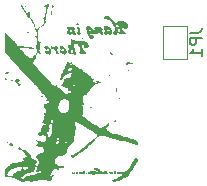
<source format=gbr>
%TF.GenerationSoftware,KiCad,Pcbnew,8.0.5*%
%TF.CreationDate,2024-10-27T10:59:05-07:00*%
%TF.ProjectId,bme688-ezzat-suhaime,626d6536-3838-42d6-957a-7a61742d7375,rev?*%
%TF.SameCoordinates,Original*%
%TF.FileFunction,Legend,Bot*%
%TF.FilePolarity,Positive*%
%FSLAX46Y46*%
G04 Gerber Fmt 4.6, Leading zero omitted, Abs format (unit mm)*
G04 Created by KiCad (PCBNEW 8.0.5) date 2024-10-27 10:59:05*
%MOMM*%
%LPD*%
G01*
G04 APERTURE LIST*
%ADD10C,0.150000*%
%ADD11C,0.000000*%
%ADD12C,0.120000*%
G04 APERTURE END LIST*
D10*
X237004819Y-93891666D02*
X237719104Y-93891666D01*
X237719104Y-93891666D02*
X237861961Y-93844047D01*
X237861961Y-93844047D02*
X237957200Y-93748809D01*
X237957200Y-93748809D02*
X238004819Y-93605952D01*
X238004819Y-93605952D02*
X238004819Y-93510714D01*
X238004819Y-94367857D02*
X237004819Y-94367857D01*
X237004819Y-94367857D02*
X237004819Y-94748809D01*
X237004819Y-94748809D02*
X237052438Y-94844047D01*
X237052438Y-94844047D02*
X237100057Y-94891666D01*
X237100057Y-94891666D02*
X237195295Y-94939285D01*
X237195295Y-94939285D02*
X237338152Y-94939285D01*
X237338152Y-94939285D02*
X237433390Y-94891666D01*
X237433390Y-94891666D02*
X237481009Y-94844047D01*
X237481009Y-94844047D02*
X237528628Y-94748809D01*
X237528628Y-94748809D02*
X237528628Y-94367857D01*
X238004819Y-95891666D02*
X238004819Y-95320238D01*
X238004819Y-95605952D02*
X237004819Y-95605952D01*
X237004819Y-95605952D02*
X237147676Y-95510714D01*
X237147676Y-95510714D02*
X237242914Y-95415476D01*
X237242914Y-95415476D02*
X237290533Y-95320238D01*
D11*
%TO.C,G\u002A\u002A\u002A*%
G36*
X221803322Y-105982740D02*
G01*
X221780725Y-106005338D01*
X221758127Y-105982740D01*
X221780725Y-105960142D01*
X221803322Y-105982740D01*
G37*
G36*
X223159194Y-105350000D02*
G01*
X223136596Y-105372597D01*
X223113999Y-105350000D01*
X223136596Y-105327402D01*
X223159194Y-105350000D01*
G37*
G36*
X223520760Y-98163879D02*
G01*
X223498162Y-98186476D01*
X223475564Y-98163879D01*
X223498162Y-98141281D01*
X223520760Y-98163879D01*
G37*
G36*
X223656347Y-98209074D02*
G01*
X223633749Y-98231672D01*
X223611152Y-98209074D01*
X223633749Y-98186476D01*
X223656347Y-98209074D01*
G37*
G36*
X224334283Y-92830783D02*
G01*
X224311685Y-92853380D01*
X224289088Y-92830783D01*
X224311685Y-92808185D01*
X224334283Y-92830783D01*
G37*
G36*
X225283394Y-102186299D02*
G01*
X225260796Y-102208896D01*
X225238198Y-102186299D01*
X225260796Y-102163701D01*
X225283394Y-102186299D01*
G37*
G36*
X225780547Y-105847153D02*
G01*
X225757949Y-105869750D01*
X225735351Y-105847153D01*
X225757949Y-105824555D01*
X225780547Y-105847153D01*
G37*
G36*
X227452789Y-94412633D02*
G01*
X227430191Y-94435231D01*
X227407593Y-94412633D01*
X227430191Y-94390035D01*
X227452789Y-94412633D01*
G37*
G36*
X227633572Y-96898398D02*
G01*
X227610974Y-96920996D01*
X227588376Y-96898398D01*
X227610974Y-96875800D01*
X227633572Y-96898398D01*
G37*
G36*
X227949942Y-94367437D02*
G01*
X227927344Y-94390035D01*
X227904746Y-94367437D01*
X227927344Y-94344839D01*
X227949942Y-94367437D01*
G37*
G36*
X231158838Y-94231850D02*
G01*
X231136241Y-94254448D01*
X231113643Y-94231850D01*
X231136241Y-94209252D01*
X231158838Y-94231850D01*
G37*
G36*
X231881970Y-96717615D02*
G01*
X231859372Y-96740213D01*
X231836774Y-96717615D01*
X231859372Y-96695017D01*
X231881970Y-96717615D01*
G37*
G36*
X232514710Y-99745729D02*
G01*
X232492112Y-99768327D01*
X232469515Y-99745729D01*
X232492112Y-99723131D01*
X232514710Y-99745729D01*
G37*
G36*
X222210084Y-97011388D02*
G01*
X222206822Y-97035314D01*
X222179953Y-97041518D01*
X222174544Y-97034894D01*
X222179953Y-96981257D01*
X222193548Y-96974186D01*
X222210084Y-97011388D01*
G37*
G36*
X223113999Y-91678291D02*
G01*
X223110737Y-91702218D01*
X223083868Y-91708422D01*
X223078459Y-91701798D01*
X223083868Y-91648161D01*
X223097462Y-91641090D01*
X223113999Y-91678291D01*
G37*
G36*
X225418981Y-106412099D02*
G01*
X225415719Y-106436026D01*
X225388850Y-106442230D01*
X225383441Y-106435606D01*
X225388850Y-106381969D01*
X225402444Y-106374898D01*
X225418981Y-106412099D01*
G37*
G36*
X226277700Y-96966192D02*
G01*
X226274438Y-96990118D01*
X226247569Y-96996322D01*
X226242160Y-96989698D01*
X226247569Y-96936061D01*
X226261163Y-96928991D01*
X226277700Y-96966192D01*
G37*
G36*
X231095571Y-99418819D02*
G01*
X231103880Y-99436682D01*
X231087296Y-99503219D01*
X231057759Y-99537422D01*
X231032867Y-99503401D01*
X231027327Y-99461369D01*
X231050891Y-99411398D01*
X231095571Y-99418819D01*
G37*
G36*
X221589558Y-103189841D02*
G01*
X221622539Y-103253733D01*
X221619057Y-103268930D01*
X221577344Y-103270996D01*
X221565130Y-103261760D01*
X221532148Y-103197868D01*
X221535630Y-103182671D01*
X221577344Y-103180605D01*
X221589558Y-103189841D01*
G37*
G36*
X223640612Y-93901209D02*
G01*
X223672691Y-93960676D01*
X223679796Y-93995341D01*
X223654929Y-94028469D01*
X223634804Y-94020832D01*
X223611152Y-93960676D01*
X223613115Y-93929788D01*
X223628914Y-93892882D01*
X223640612Y-93901209D01*
G37*
G36*
X224569390Y-99235266D02*
G01*
X224582860Y-99271174D01*
X224552164Y-99296202D01*
X224464536Y-99316370D01*
X224415546Y-99307082D01*
X224402077Y-99271174D01*
X224432772Y-99246146D01*
X224520401Y-99225978D01*
X224569390Y-99235266D01*
G37*
G36*
X227147977Y-105705197D02*
G01*
X227169188Y-105779359D01*
X227154392Y-105831765D01*
X227104203Y-105869750D01*
X227070302Y-105852702D01*
X227046027Y-105779359D01*
X227058327Y-105726600D01*
X227111012Y-105688968D01*
X227147977Y-105705197D01*
G37*
G36*
X227301730Y-105671824D02*
G01*
X227317201Y-105756761D01*
X227305980Y-105831073D01*
X227272006Y-105869750D01*
X227242281Y-105841698D01*
X227226810Y-105756761D01*
X227238031Y-105682449D01*
X227272006Y-105643772D01*
X227301730Y-105671824D01*
G37*
G36*
X227511222Y-105703823D02*
G01*
X227543180Y-105779359D01*
X227528325Y-105837792D01*
X227452789Y-105869750D01*
X227394355Y-105854895D01*
X227362397Y-105779359D01*
X227377253Y-105720926D01*
X227452789Y-105688968D01*
X227511222Y-105703823D01*
G37*
G36*
X228277115Y-105735477D02*
G01*
X228311507Y-105779359D01*
X228310194Y-105790162D01*
X228266312Y-105824555D01*
X228255509Y-105823241D01*
X228221116Y-105779359D01*
X228222429Y-105768556D01*
X228266312Y-105734163D01*
X228277115Y-105735477D01*
G37*
G36*
X228290469Y-99531049D02*
G01*
X228279891Y-99552268D01*
X228229124Y-99641662D01*
X228197358Y-99677936D01*
X228177705Y-99666395D01*
X228195332Y-99603785D01*
X228270037Y-99497153D01*
X228362144Y-99384163D01*
X228290469Y-99531049D01*
G37*
G36*
X228678766Y-100142989D02*
G01*
X228719214Y-100203946D01*
X228687197Y-100281487D01*
X228655217Y-100300192D01*
X228588292Y-100281895D01*
X228545471Y-100205240D01*
X228552025Y-100155016D01*
X228624564Y-100129893D01*
X228678766Y-100142989D01*
G37*
G36*
X230253111Y-97508515D02*
G01*
X230208419Y-97555502D01*
X230182612Y-97570672D01*
X230111815Y-97596509D01*
X230091233Y-97580858D01*
X230138635Y-97530168D01*
X230200450Y-97493587D01*
X230250316Y-97488867D01*
X230253111Y-97508515D01*
G37*
G36*
X230746291Y-101341777D02*
G01*
X230703845Y-101421630D01*
X230653834Y-101463383D01*
X230612436Y-101434011D01*
X230604962Y-101391781D01*
X230653643Y-101322041D01*
X230668765Y-101311795D01*
X230730895Y-101297819D01*
X230746291Y-101341777D01*
G37*
G36*
X231881970Y-97053916D02*
G01*
X231880233Y-97067035D01*
X231836774Y-97101779D01*
X231826546Y-97101261D01*
X231791579Y-97081848D01*
X231793658Y-97074599D01*
X231836774Y-97033985D01*
X231854281Y-97026923D01*
X231881970Y-97053916D01*
G37*
G36*
X223317379Y-93802491D02*
G01*
X223354252Y-93839515D01*
X223385173Y-93898416D01*
X223377566Y-93916614D01*
X223317379Y-93938078D01*
X223276573Y-93920080D01*
X223249586Y-93842152D01*
X223249958Y-93820226D01*
X223265433Y-93773380D01*
X223317379Y-93802491D01*
G37*
G36*
X227511286Y-93100040D02*
G01*
X227595713Y-93149460D01*
X227633572Y-93220480D01*
X227623781Y-93243707D01*
X227563086Y-93259773D01*
X227478708Y-93241307D01*
X227408037Y-93192883D01*
X227407554Y-93192300D01*
X227377603Y-93133136D01*
X227425676Y-93097435D01*
X227511286Y-93100040D01*
G37*
G36*
X230799085Y-98661032D02*
G01*
X230802283Y-98680090D01*
X230832120Y-98839217D01*
X230862400Y-98977402D01*
X230895922Y-99112989D01*
X230811256Y-98991321D01*
X230801902Y-98977383D01*
X230748936Y-98845343D01*
X230747941Y-98674951D01*
X230769292Y-98480249D01*
X230799085Y-98661032D01*
G37*
G36*
X221486952Y-97809087D02*
G01*
X221498921Y-97815133D01*
X221586614Y-97865049D01*
X221622539Y-97896014D01*
X221595582Y-97912617D01*
X221516165Y-97911025D01*
X221422855Y-97887869D01*
X221387905Y-97866812D01*
X221351365Y-97800941D01*
X221355387Y-97777836D01*
X221393134Y-97769437D01*
X221486952Y-97809087D01*
G37*
G36*
X222003475Y-103319420D02*
G01*
X222053028Y-103378184D01*
X222065897Y-103446720D01*
X221995404Y-103485758D01*
X221935229Y-103490552D01*
X221835370Y-103464703D01*
X221759525Y-103410696D01*
X221728633Y-103346288D01*
X221763635Y-103289233D01*
X221786600Y-103275834D01*
X221897893Y-103254252D01*
X222003475Y-103319420D01*
G37*
G36*
X222613179Y-103616295D02*
G01*
X222708586Y-103658809D01*
X222773345Y-103722232D01*
X222779268Y-103783891D01*
X222741913Y-103822276D01*
X222657612Y-103824041D01*
X222559096Y-103745035D01*
X222558040Y-103743800D01*
X222493680Y-103658615D01*
X222495180Y-103619419D01*
X222563012Y-103609964D01*
X222613179Y-103616295D01*
G37*
G36*
X230344397Y-95523387D02*
G01*
X230432886Y-95590104D01*
X230501015Y-95734608D01*
X230509248Y-95768073D01*
X230498422Y-95828509D01*
X230440283Y-95821374D01*
X230345315Y-95745907D01*
X230320872Y-95719258D01*
X230265171Y-95624403D01*
X230262952Y-95550018D01*
X230317183Y-95519928D01*
X230344397Y-95523387D01*
G37*
G36*
X221734745Y-97216769D02*
G01*
X221795628Y-97282562D01*
X221798313Y-97290930D01*
X221799423Y-97326588D01*
X221750208Y-97294410D01*
X221731925Y-97280636D01*
X221670692Y-97268578D01*
X221595972Y-97325620D01*
X221587501Y-97334001D01*
X221489683Y-97403766D01*
X221421906Y-97402034D01*
X221396561Y-97328619D01*
X221430327Y-97255098D01*
X221519562Y-97206791D01*
X221631879Y-97192764D01*
X221734745Y-97216769D01*
G37*
G36*
X230333640Y-105697538D02*
G01*
X230347415Y-105698792D01*
X230469581Y-105728876D01*
X230517737Y-105790658D01*
X230515715Y-105836034D01*
X230461619Y-105869750D01*
X230427143Y-105862658D01*
X230389819Y-105813256D01*
X230382459Y-105785209D01*
X230348725Y-105820586D01*
X230338907Y-105835158D01*
X230297662Y-105858998D01*
X230236428Y-105812515D01*
X230205424Y-105779878D01*
X230170476Y-105720032D01*
X230211123Y-105695059D01*
X230333640Y-105697538D01*
G37*
G36*
X225475825Y-91613565D02*
G01*
X225482540Y-91653404D01*
X225476782Y-91696207D01*
X225431369Y-91669818D01*
X225429971Y-91668661D01*
X225380582Y-91639465D01*
X225375122Y-91680722D01*
X225378874Y-91744633D01*
X225375064Y-91859074D01*
X225374956Y-91860361D01*
X225366141Y-91924492D01*
X225351114Y-91912940D01*
X225321815Y-91819752D01*
X225303839Y-91745379D01*
X225308969Y-91658259D01*
X225366329Y-91585146D01*
X225421002Y-91537630D01*
X225455698Y-91537543D01*
X225475825Y-91613565D01*
G37*
G36*
X231783612Y-96361480D02*
G01*
X231903266Y-96412145D01*
X232047446Y-96432268D01*
X232054591Y-96432052D01*
X232162219Y-96441829D01*
X232221830Y-96470482D01*
X232217211Y-96503456D01*
X232133894Y-96522798D01*
X231968203Y-96519115D01*
X231879889Y-96529725D01*
X231793185Y-96580093D01*
X231726764Y-96632450D01*
X231647571Y-96651992D01*
X231591959Y-96630971D01*
X231589174Y-96570729D01*
X231611840Y-96508028D01*
X231644771Y-96388395D01*
X231664655Y-96321489D01*
X231701499Y-96313034D01*
X231783612Y-96361480D01*
G37*
G36*
X227613546Y-93415857D02*
G01*
X227648005Y-93440059D01*
X227707125Y-93513217D01*
X227702743Y-93609710D01*
X227697734Y-93725200D01*
X227728570Y-93858809D01*
X227748814Y-93911840D01*
X227758776Y-93987103D01*
X227719876Y-94031952D01*
X227649470Y-94066405D01*
X227581788Y-94054558D01*
X227494336Y-93979625D01*
X227441944Y-93922927D01*
X227428722Y-93875717D01*
X227476152Y-93830118D01*
X227483784Y-93824397D01*
X227523713Y-93777647D01*
X227526707Y-93708094D01*
X227495157Y-93584898D01*
X227466213Y-93470437D01*
X227466270Y-93382000D01*
X227514297Y-93365356D01*
X227613546Y-93415857D01*
G37*
G36*
X230777549Y-105834005D02*
G01*
X230740778Y-105884816D01*
X230720282Y-105891473D01*
X230639088Y-105896400D01*
X230622344Y-105885094D01*
X230592704Y-105816876D01*
X230589908Y-105797020D01*
X230668786Y-105797020D01*
X230679575Y-105857510D01*
X230695004Y-105856810D01*
X230703313Y-105798191D01*
X230696076Y-105753766D01*
X230676007Y-105770885D01*
X230668786Y-105797020D01*
X230589908Y-105797020D01*
X230579200Y-105720991D01*
X230585089Y-105635528D01*
X230613626Y-105598576D01*
X230631369Y-105602474D01*
X230665253Y-105655071D01*
X230671198Y-105688376D01*
X230691618Y-105655071D01*
X230703216Y-105633871D01*
X230755843Y-105598576D01*
X230766029Y-105601094D01*
X230792218Y-105653324D01*
X230795377Y-105743901D01*
X230784635Y-105798191D01*
X230777549Y-105834005D01*
G37*
G36*
X225706649Y-95042359D02*
G01*
X225802377Y-95112319D01*
X225826736Y-95140672D01*
X225857802Y-95208089D01*
X225823986Y-95273468D01*
X225798493Y-95311412D01*
X225794769Y-95378473D01*
X225844140Y-95479793D01*
X225871260Y-95528807D01*
X225897332Y-95615344D01*
X225869198Y-95680210D01*
X225802162Y-95733386D01*
X225728047Y-95722347D01*
X225670463Y-95633720D01*
X225637353Y-95474551D01*
X225619762Y-95370586D01*
X225574353Y-95324987D01*
X225472897Y-95315042D01*
X225387220Y-95304477D01*
X225278531Y-95239611D01*
X225238890Y-95123047D01*
X225239001Y-95117381D01*
X225277298Y-95053855D01*
X225359466Y-95036684D01*
X225449504Y-95074214D01*
X225449540Y-95074244D01*
X225512579Y-95111325D01*
X225543086Y-95079270D01*
X225548599Y-95066490D01*
X225612079Y-95025811D01*
X225706649Y-95042359D01*
G37*
G36*
X227941467Y-105831897D02*
G01*
X227904746Y-105869750D01*
X227893706Y-105868366D01*
X227859550Y-105824172D01*
X227840417Y-105806258D01*
X227770287Y-105834339D01*
X227695045Y-105866147D01*
X227629598Y-105838660D01*
X227614799Y-105801957D01*
X227678767Y-105801957D01*
X227701365Y-105824555D01*
X227723963Y-105801957D01*
X227701365Y-105779359D01*
X227678767Y-105801957D01*
X227614799Y-105801957D01*
X227601650Y-105769345D01*
X227634021Y-105712650D01*
X227706329Y-105707216D01*
X227783293Y-105710252D01*
X227893839Y-105681307D01*
X228005928Y-105642373D01*
X228134976Y-105622703D01*
X228203099Y-105651184D01*
X228207968Y-105665651D01*
X228173316Y-105688968D01*
X228145541Y-105705824D01*
X228143820Y-105779359D01*
X228148307Y-105836530D01*
X228103895Y-105869750D01*
X228066809Y-105852654D01*
X228040333Y-105779359D01*
X228031858Y-105726821D01*
X227995137Y-105688968D01*
X227968868Y-105705917D01*
X227949942Y-105779359D01*
X227946297Y-105801957D01*
X227941467Y-105831897D01*
G37*
G36*
X226190540Y-95027328D02*
G01*
X226340695Y-95087377D01*
X226463709Y-95200005D01*
X226545521Y-95343339D01*
X226572073Y-95495506D01*
X226529306Y-95634636D01*
X226456111Y-95710711D01*
X226370517Y-95745907D01*
X226341483Y-95741814D01*
X226239463Y-95694574D01*
X226129841Y-95613689D01*
X226042301Y-95523442D01*
X226006525Y-95448117D01*
X226006990Y-95429857D01*
X226022230Y-95391393D01*
X226074320Y-95398132D01*
X226183822Y-95450332D01*
X226189341Y-95453147D01*
X226284479Y-95489141D01*
X226339763Y-95487995D01*
X226349456Y-95475747D01*
X226368905Y-95389420D01*
X226350557Y-95292096D01*
X226301745Y-95232965D01*
X226295958Y-95230859D01*
X226226080Y-95231722D01*
X226212054Y-95277276D01*
X226265450Y-95334993D01*
X226275649Y-95341013D01*
X226315770Y-95373705D01*
X226276457Y-95382967D01*
X226258414Y-95382338D01*
X226140757Y-95337462D01*
X226045653Y-95244108D01*
X226006525Y-95133202D01*
X226008703Y-95093063D01*
X226041789Y-95036501D01*
X226136017Y-95022775D01*
X226190540Y-95027328D01*
G37*
G36*
X225215858Y-95294449D02*
G01*
X225267343Y-95418278D01*
X225273705Y-95549846D01*
X225208595Y-95663256D01*
X225151877Y-95715711D01*
X225093361Y-95745907D01*
X225040911Y-95735203D01*
X224926467Y-95680099D01*
X224813539Y-95600575D01*
X224742262Y-95522203D01*
X224727687Y-95490080D01*
X224727817Y-95420233D01*
X224786956Y-95404611D01*
X224890262Y-95450415D01*
X224950311Y-95482429D01*
X225028742Y-95486473D01*
X225057415Y-95422004D01*
X225044926Y-95401898D01*
X224977080Y-95384341D01*
X224958746Y-95383523D01*
X224833751Y-95338792D01*
X224786340Y-95293950D01*
X224899230Y-95293950D01*
X224915341Y-95311601D01*
X224992289Y-95339146D01*
X225021002Y-95334487D01*
X225057415Y-95293950D01*
X225039234Y-95267194D01*
X224964356Y-95248754D01*
X224913068Y-95258377D01*
X224899230Y-95293950D01*
X224786340Y-95293950D01*
X224735589Y-95245949D01*
X224695849Y-95133202D01*
X224697499Y-95097630D01*
X224729026Y-95037539D01*
X224821380Y-95022775D01*
X224930980Y-95039478D01*
X225091630Y-95131929D01*
X225215477Y-95293950D01*
X225215858Y-95294449D01*
G37*
G36*
X230422051Y-93732051D02*
G01*
X230426271Y-93882739D01*
X230364685Y-94002643D01*
X230333891Y-94030173D01*
X230228478Y-94070787D01*
X230130291Y-94021346D01*
X230084002Y-93992492D01*
X230013991Y-94022125D01*
X229940709Y-94054814D01*
X229845544Y-94023974D01*
X229766593Y-93916793D01*
X229759905Y-93901676D01*
X229741785Y-93823418D01*
X229781744Y-93785619D01*
X229785815Y-93783995D01*
X229818857Y-93754873D01*
X229816705Y-93692800D01*
X229812125Y-93678202D01*
X229994822Y-93678202D01*
X230027459Y-93720728D01*
X230102334Y-93748856D01*
X230176283Y-93740381D01*
X230209728Y-93692645D01*
X230187742Y-93645394D01*
X230092972Y-93621708D01*
X230017095Y-93634062D01*
X229994822Y-93678202D01*
X229812125Y-93678202D01*
X229779044Y-93572757D01*
X229760356Y-93519419D01*
X229726140Y-93419162D01*
X229712575Y-93375158D01*
X229721638Y-93366920D01*
X229792140Y-93358305D01*
X229907081Y-93360474D01*
X230035787Y-93371275D01*
X230147585Y-93388559D01*
X230211802Y-93410173D01*
X230240862Y-93433925D01*
X230358192Y-93574479D01*
X230406081Y-93692645D01*
X230422051Y-93732051D01*
G37*
G36*
X226846175Y-93397071D02*
G01*
X226943083Y-93419000D01*
X227065803Y-93414997D01*
X227089754Y-93410301D01*
X227179110Y-93427910D01*
X227270359Y-93516613D01*
X227324747Y-93591021D01*
X227338763Y-93638845D01*
X227298915Y-93658919D01*
X227282767Y-93662371D01*
X227235925Y-93683695D01*
X227241495Y-93730312D01*
X227299573Y-93826330D01*
X227342254Y-93920936D01*
X227346187Y-94005523D01*
X227307470Y-94061809D01*
X227238906Y-94059795D01*
X227130127Y-93987009D01*
X227065258Y-93913402D01*
X227023429Y-93773311D01*
X227006110Y-93678139D01*
X226937873Y-93629430D01*
X226910690Y-93625276D01*
X226872151Y-93642132D01*
X226886113Y-93718840D01*
X226891053Y-93734852D01*
X226922147Y-93886943D01*
X226918860Y-94003382D01*
X226881515Y-94060063D01*
X226874006Y-94061464D01*
X226801269Y-94037475D01*
X226706244Y-93971439D01*
X226630265Y-93898133D01*
X226610390Y-93839254D01*
X226643645Y-93767077D01*
X226648878Y-93758566D01*
X226681067Y-93675250D01*
X226649433Y-93613797D01*
X226621209Y-93580943D01*
X226588439Y-93485271D01*
X226625404Y-93411286D01*
X226716512Y-93376162D01*
X226846175Y-93397071D01*
G37*
G36*
X222668632Y-98323325D02*
G01*
X222638394Y-98346153D01*
X222550527Y-98384008D01*
X222496717Y-98367049D01*
X222498007Y-98299466D01*
X222571650Y-98299466D01*
X222594248Y-98322064D01*
X222616846Y-98299466D01*
X222594248Y-98276868D01*
X222571650Y-98299466D01*
X222498007Y-98299466D01*
X222498028Y-98298358D01*
X222480294Y-98243791D01*
X222388119Y-98192291D01*
X222386159Y-98191600D01*
X222293656Y-98138413D01*
X222255280Y-98075838D01*
X222250917Y-98052152D01*
X222198730Y-98016253D01*
X222074497Y-98005694D01*
X222022523Y-98004463D01*
X221923566Y-97985039D01*
X221893714Y-97937900D01*
X221922590Y-97884338D01*
X221990082Y-97872900D01*
X222051899Y-97915302D01*
X222055052Y-97920054D01*
X222127218Y-97959433D01*
X222212963Y-97941861D01*
X222266913Y-97875696D01*
X222311334Y-97813672D01*
X222413455Y-97804547D01*
X222469558Y-97813284D01*
X222574728Y-97855512D01*
X222603569Y-97917061D01*
X222549052Y-97988398D01*
X222545061Y-97991359D01*
X222489580Y-98039861D01*
X222496898Y-98079719D01*
X222571650Y-98142536D01*
X222572062Y-98142853D01*
X222664915Y-98204913D01*
X222729835Y-98232171D01*
X222732710Y-98232556D01*
X222729036Y-98262111D01*
X222692175Y-98299466D01*
X222668632Y-98323325D01*
G37*
G36*
X231948133Y-105808673D02*
G01*
X231848557Y-105958473D01*
X231780125Y-106054085D01*
X231757077Y-106075635D01*
X231655550Y-106132700D01*
X231520404Y-106181502D01*
X231472412Y-106196584D01*
X231295761Y-106272658D01*
X231136241Y-106366328D01*
X231107475Y-106386351D01*
X230984818Y-106454701D01*
X230854055Y-106488280D01*
X230674403Y-106498787D01*
X230591782Y-106499140D01*
X230472977Y-106492690D01*
X230420621Y-106473189D01*
X230418585Y-106436725D01*
X230445698Y-106406521D01*
X230541573Y-106351829D01*
X230677042Y-106301144D01*
X230730518Y-106283112D01*
X230873578Y-106220143D01*
X231019208Y-106140033D01*
X231150706Y-106054257D01*
X231251369Y-105974291D01*
X231304495Y-105911611D01*
X231293381Y-105877691D01*
X231264290Y-105865129D01*
X231193427Y-105806479D01*
X231189407Y-105801957D01*
X231294426Y-105801957D01*
X231317023Y-105824555D01*
X231339621Y-105801957D01*
X231317023Y-105779359D01*
X231294426Y-105801957D01*
X231189407Y-105801957D01*
X231172732Y-105783202D01*
X231159530Y-105813256D01*
X231142135Y-105846129D01*
X231068447Y-105869750D01*
X231015425Y-105859237D01*
X230974487Y-105813256D01*
X230968543Y-105779951D01*
X230948123Y-105813256D01*
X230912395Y-105862250D01*
X230864813Y-105855683D01*
X230842468Y-105779359D01*
X230861234Y-105722421D01*
X230923689Y-105687903D01*
X230992638Y-105702314D01*
X231028494Y-105768060D01*
X231030006Y-105788978D01*
X231037668Y-105819839D01*
X231055193Y-105763975D01*
X231056349Y-105759688D01*
X231086776Y-105711426D01*
X231157474Y-105692577D01*
X231292834Y-105696181D01*
X231395710Y-105700364D01*
X231475314Y-105689041D01*
X231487279Y-105655071D01*
X231497350Y-105615973D01*
X231582311Y-105598576D01*
X231600246Y-105597055D01*
X231708925Y-105543890D01*
X231831383Y-105428716D01*
X231952627Y-105270567D01*
X232057662Y-105088474D01*
X232131494Y-104901471D01*
X232182397Y-104758220D01*
X232259142Y-104642822D01*
X232380202Y-104546454D01*
X232468168Y-104492743D01*
X232538815Y-104466689D01*
X232559906Y-104493936D01*
X232564567Y-104522660D01*
X232605102Y-104559074D01*
X232640071Y-104578979D01*
X232648634Y-104651405D01*
X232618908Y-104749349D01*
X232555970Y-104843437D01*
X232541320Y-104859757D01*
X232454825Y-104976975D01*
X232374247Y-105112765D01*
X232359943Y-105139624D01*
X232284756Y-105270161D01*
X232181128Y-105440916D01*
X232063955Y-105628287D01*
X231952445Y-105801957D01*
X231948133Y-105808673D01*
G37*
G36*
X230044302Y-105810768D02*
G01*
X230002354Y-105831775D01*
X229904078Y-105846545D01*
X229738128Y-105856508D01*
X229493155Y-105863095D01*
X229465915Y-105863652D01*
X229252162Y-105871567D01*
X229075943Y-105884166D01*
X228954878Y-105899833D01*
X228906585Y-105916948D01*
X228877046Y-105948829D01*
X228803513Y-105955781D01*
X228740867Y-105914946D01*
X228698310Y-105886415D01*
X228602612Y-105869750D01*
X228529535Y-105856068D01*
X228498324Y-105808018D01*
X229539787Y-105808018D01*
X229576988Y-105824555D01*
X229600914Y-105821293D01*
X229607118Y-105794424D01*
X229600494Y-105789015D01*
X229546857Y-105794424D01*
X229539787Y-105808018D01*
X228498324Y-105808018D01*
X228487048Y-105790658D01*
X228485394Y-105767051D01*
X228478313Y-105734957D01*
X228461136Y-105790658D01*
X228455579Y-105809218D01*
X228414970Y-105866190D01*
X228374851Y-105845156D01*
X228356703Y-105753716D01*
X228358091Y-105712878D01*
X228381909Y-105659855D01*
X228452737Y-105668161D01*
X228516854Y-105676804D01*
X228579336Y-105649185D01*
X228631161Y-105622546D01*
X228754476Y-105641194D01*
X228756989Y-105641910D01*
X228860750Y-105660121D01*
X228899052Y-105640617D01*
X228906676Y-105621306D01*
X228966846Y-105598576D01*
X228998033Y-105603675D01*
X229034639Y-105643772D01*
X229062692Y-105673497D01*
X229147628Y-105688968D01*
X229221679Y-105702176D01*
X229260618Y-105759428D01*
X229266965Y-105791747D01*
X229304888Y-105802529D01*
X229317203Y-105779242D01*
X229304225Y-105708663D01*
X229264514Y-105637319D01*
X229217723Y-105608874D01*
X229163073Y-105596588D01*
X229065594Y-105560679D01*
X228962797Y-105524228D01*
X228884811Y-105507493D01*
X228861357Y-105500942D01*
X228893543Y-105467350D01*
X228920508Y-105440831D01*
X228924773Y-105377651D01*
X228920612Y-105368067D01*
X228947524Y-105337393D01*
X229029834Y-105326645D01*
X229141027Y-105334414D01*
X229254584Y-105359297D01*
X229343989Y-105399885D01*
X229408126Y-105466400D01*
X229423257Y-105535472D01*
X229419441Y-105567760D01*
X229465417Y-105598576D01*
X229495126Y-105602174D01*
X229532145Y-105632473D01*
X229562378Y-105669356D01*
X229645134Y-105718612D01*
X229702474Y-105742724D01*
X229748289Y-105739731D01*
X229757771Y-105675676D01*
X229757810Y-105668796D01*
X229769881Y-105611443D01*
X229810930Y-105633657D01*
X229852247Y-105661300D01*
X229923385Y-105637606D01*
X229951502Y-105616532D01*
X229980603Y-105617220D01*
X230007845Y-105670434D01*
X230046803Y-105793300D01*
X230046642Y-105794424D01*
X230044302Y-105810768D01*
G37*
G36*
X229982044Y-92473802D02*
G01*
X230096190Y-92483051D01*
X230184831Y-92515043D01*
X230275551Y-92585517D01*
X230395931Y-92710209D01*
X230498681Y-92833698D01*
X230629425Y-93019859D01*
X230727114Y-93191489D01*
X230787766Y-93304384D01*
X230858500Y-93402977D01*
X230911586Y-93440925D01*
X230955192Y-93424610D01*
X230976540Y-93360815D01*
X230952842Y-93279700D01*
X230887664Y-93214946D01*
X230833680Y-93166187D01*
X230797273Y-93055171D01*
X230800321Y-93004169D01*
X230821614Y-92969774D01*
X230879192Y-92951785D01*
X230991089Y-92944890D01*
X231175341Y-92943772D01*
X231366999Y-92947180D01*
X231503143Y-92961082D01*
X231597521Y-92990224D01*
X231674914Y-93039347D01*
X231761181Y-93145891D01*
X231791338Y-93287802D01*
X231752254Y-93425296D01*
X231645647Y-93529595D01*
X231566662Y-93568232D01*
X231501243Y-93565599D01*
X231426430Y-93502625D01*
X231389516Y-93462865D01*
X231356098Y-93390512D01*
X231383942Y-93306973D01*
X231388149Y-93298935D01*
X231416681Y-93208764D01*
X231390445Y-93176384D01*
X231318116Y-93214040D01*
X231313569Y-93218136D01*
X231267370Y-93308809D01*
X231249230Y-93444159D01*
X231257547Y-93548333D01*
X231302888Y-93643230D01*
X231407415Y-93737761D01*
X231446819Y-93770504D01*
X231531747Y-93865207D01*
X231565600Y-93943442D01*
X231561935Y-93975140D01*
X231530617Y-94009134D01*
X231450033Y-94024727D01*
X231299697Y-94028469D01*
X231195619Y-94027103D01*
X231088462Y-94015864D01*
X231033852Y-93986775D01*
X231008609Y-93932165D01*
X231005097Y-93868253D01*
X231050552Y-93768734D01*
X231096697Y-93699714D01*
X231081692Y-93625829D01*
X230985814Y-93584668D01*
X230962798Y-93581946D01*
X230913483Y-93592523D01*
X230892225Y-93649384D01*
X230887664Y-93774504D01*
X230886503Y-93828126D01*
X230864124Y-93957295D01*
X230808572Y-94024849D01*
X230745428Y-94056841D01*
X230657234Y-94062977D01*
X230563554Y-93998867D01*
X230500804Y-93926650D01*
X230492378Y-93843991D01*
X230571294Y-93767784D01*
X230621403Y-93726571D01*
X230655619Y-93646950D01*
X230645702Y-93526137D01*
X230592631Y-93344754D01*
X230536349Y-93207165D01*
X230407112Y-93000927D01*
X230251567Y-92854565D01*
X230083544Y-92783333D01*
X230004430Y-92769675D01*
X229866012Y-92740177D01*
X229792080Y-92707588D01*
X229764826Y-92661031D01*
X229766442Y-92589625D01*
X229770841Y-92557694D01*
X229794737Y-92499136D01*
X229856221Y-92475883D01*
X229981559Y-92473790D01*
X229982044Y-92473802D01*
G37*
G36*
X228863077Y-93764502D02*
G01*
X228900470Y-93802491D01*
X228957545Y-93768250D01*
X228974527Y-93681886D01*
X228943316Y-93574771D01*
X228937533Y-93563695D01*
X228915022Y-93477645D01*
X228960764Y-93405039D01*
X228984499Y-93383386D01*
X229052943Y-93358000D01*
X229151152Y-93389111D01*
X229254064Y-93418303D01*
X229360048Y-93415458D01*
X229438159Y-93414970D01*
X229558235Y-93489733D01*
X229642702Y-93582569D01*
X229660592Y-93645780D01*
X229598667Y-93666904D01*
X229595095Y-93666942D01*
X229561181Y-93681118D01*
X229568988Y-93734100D01*
X229620929Y-93845227D01*
X229638382Y-93881097D01*
X229677622Y-93994776D01*
X229666639Y-94051525D01*
X229657266Y-94056621D01*
X229566191Y-94062531D01*
X229465685Y-94018905D01*
X229379522Y-93945336D01*
X229331479Y-93861415D01*
X229345329Y-93786737D01*
X229371865Y-93728945D01*
X229327053Y-93665776D01*
X229263818Y-93630753D01*
X229208743Y-93648334D01*
X229194843Y-93722470D01*
X229231858Y-93835770D01*
X229268759Y-93931038D01*
X229261249Y-94017074D01*
X229192974Y-94041045D01*
X229072546Y-93994377D01*
X229064241Y-93989397D01*
X228979219Y-93928060D01*
X228944248Y-93883138D01*
X228943000Y-93874876D01*
X228899052Y-93847686D01*
X228878769Y-93854772D01*
X228853856Y-93913890D01*
X228852082Y-93930277D01*
X228799883Y-94003332D01*
X228703784Y-94047783D01*
X228602387Y-94043703D01*
X228551844Y-94034597D01*
X228547542Y-94077762D01*
X228601588Y-94121399D01*
X228734492Y-94131511D01*
X228817635Y-94130051D01*
X228882669Y-94150375D01*
X228899052Y-94207375D01*
X228886372Y-94268841D01*
X228828030Y-94364209D01*
X228784853Y-94399122D01*
X228657159Y-94431911D01*
X228523070Y-94378736D01*
X228503167Y-94356050D01*
X228450500Y-94255139D01*
X228390315Y-94100602D01*
X228332109Y-93915480D01*
X228302795Y-93811311D01*
X228267767Y-93684230D01*
X228447095Y-93684230D01*
X228454043Y-93709900D01*
X228512655Y-93759163D01*
X228594068Y-93778579D01*
X228653098Y-93753052D01*
X228665191Y-93710243D01*
X228627409Y-93647999D01*
X228534819Y-93621708D01*
X228484629Y-93633028D01*
X228447095Y-93684230D01*
X228267767Y-93684230D01*
X228250044Y-93619933D01*
X228222273Y-93495084D01*
X228221161Y-93421995D01*
X228248383Y-93385899D01*
X228305616Y-93372027D01*
X228394536Y-93365613D01*
X228515099Y-93364332D01*
X228619077Y-93396987D01*
X228722205Y-93483104D01*
X228747172Y-93509775D01*
X228823231Y-93617978D01*
X228853856Y-93708623D01*
X228854123Y-93710243D01*
X228863077Y-93764502D01*
G37*
G36*
X227015557Y-94409675D02*
G01*
X227139679Y-94489984D01*
X227187099Y-94521446D01*
X227270288Y-94558052D01*
X227382805Y-94583079D01*
X227545004Y-94600497D01*
X227777241Y-94614272D01*
X227885875Y-94619707D01*
X228072035Y-94631610D01*
X228194755Y-94646834D01*
X228272620Y-94669885D01*
X228324218Y-94705267D01*
X228368135Y-94757484D01*
X228419273Y-94857313D01*
X228430715Y-94989315D01*
X228390760Y-95105562D01*
X228311972Y-95187396D01*
X228206917Y-95216160D01*
X228088159Y-95173196D01*
X228062311Y-95153588D01*
X228012335Y-95079303D01*
X228019878Y-94967823D01*
X228027686Y-94928367D01*
X228027679Y-94858213D01*
X227988606Y-94851417D01*
X227946537Y-94889931D01*
X227914971Y-94989537D01*
X227907649Y-95118174D01*
X227923061Y-95246449D01*
X227959694Y-95344969D01*
X228016034Y-95384341D01*
X228046591Y-95392668D01*
X228123818Y-95454915D01*
X228191859Y-95547919D01*
X228221116Y-95635441D01*
X228204603Y-95655355D01*
X228112612Y-95677695D01*
X227950597Y-95685646D01*
X227782235Y-95673904D01*
X227669814Y-95630778D01*
X227637661Y-95553514D01*
X227682998Y-95439557D01*
X227712484Y-95349907D01*
X227705773Y-95196152D01*
X227653579Y-95035660D01*
X227563737Y-94903636D01*
X227541016Y-94881862D01*
X227441244Y-94820657D01*
X227329454Y-94824129D01*
X227235953Y-94852142D01*
X227169886Y-94884414D01*
X227169124Y-94885154D01*
X227163189Y-94948011D01*
X227189441Y-95075686D01*
X227243359Y-95250999D01*
X227320426Y-95456769D01*
X227322086Y-95460934D01*
X227352387Y-95579760D01*
X227348611Y-95671449D01*
X227327800Y-95709601D01*
X227276652Y-95745907D01*
X227266667Y-95745264D01*
X227184678Y-95699174D01*
X227124381Y-95609359D01*
X227114790Y-95516873D01*
X227120772Y-95490127D01*
X227107409Y-95380481D01*
X227051070Y-95287798D01*
X226971372Y-95248754D01*
X226970562Y-95248756D01*
X226922517Y-95271297D01*
X226931992Y-95350444D01*
X226938965Y-95372902D01*
X226983086Y-95549193D01*
X226989577Y-95661375D01*
X226957794Y-95700711D01*
X226894628Y-95689393D01*
X226772972Y-95620754D01*
X226681924Y-95515188D01*
X226678568Y-95508813D01*
X226658039Y-95427334D01*
X226710317Y-95364950D01*
X226749482Y-95329203D01*
X226765321Y-95266409D01*
X226736506Y-95158583D01*
X226719640Y-95100798D01*
X226718150Y-94977929D01*
X226779820Y-94914595D01*
X226900445Y-94916988D01*
X226952172Y-94928260D01*
X226994017Y-94919376D01*
X226977977Y-94860056D01*
X226970257Y-94839649D01*
X226941918Y-94724395D01*
X226920799Y-94582117D01*
X226916606Y-94461192D01*
X226944360Y-94398747D01*
X227015557Y-94409675D01*
G37*
G36*
X227395049Y-96764038D02*
G01*
X227498381Y-96843800D01*
X227553339Y-96899214D01*
X227598189Y-96929261D01*
X227692884Y-96933679D01*
X227726240Y-96930521D01*
X227827849Y-96962410D01*
X227950422Y-97064017D01*
X227999088Y-97111025D01*
X228085369Y-97185427D01*
X228134271Y-97214768D01*
X228166185Y-97230480D01*
X228250706Y-97292035D01*
X228361935Y-97384252D01*
X228446537Y-97455416D01*
X228539265Y-97526298D01*
X228587768Y-97553736D01*
X228589201Y-97553869D01*
X228624891Y-97595577D01*
X228666301Y-97689323D01*
X228717330Y-97783528D01*
X228806309Y-97824911D01*
X228861098Y-97833699D01*
X228899052Y-97870106D01*
X228892339Y-97890032D01*
X228833926Y-97915302D01*
X228806261Y-97918917D01*
X228740815Y-97960582D01*
X228748758Y-97995582D01*
X228794879Y-98028291D01*
X228819311Y-98045618D01*
X228869986Y-98065955D01*
X228934095Y-98091683D01*
X229068536Y-98121694D01*
X229152003Y-98121484D01*
X229165895Y-98095111D01*
X229112950Y-98054255D01*
X229000742Y-98011253D01*
X228992752Y-98008954D01*
X228917027Y-97985156D01*
X228908851Y-97974541D01*
X228975696Y-97975656D01*
X229125031Y-97987046D01*
X229267204Y-98005349D01*
X229406022Y-98038292D01*
X229484982Y-98076368D01*
X229516448Y-98113133D01*
X229500857Y-98136148D01*
X229408557Y-98141281D01*
X229406405Y-98141286D01*
X229298222Y-98155703D01*
X229236116Y-98189558D01*
X229215108Y-98208923D01*
X229141270Y-98212888D01*
X229115952Y-98207638D01*
X229023103Y-98227209D01*
X228936977Y-98281697D01*
X228930304Y-98293358D01*
X228899052Y-98347969D01*
X228887024Y-98375294D01*
X228821587Y-98450664D01*
X228718269Y-98542608D01*
X228653612Y-98597873D01*
X228599034Y-98653499D01*
X228570145Y-98682942D01*
X228537486Y-98737599D01*
X228534279Y-98756212D01*
X228487142Y-98843599D01*
X228401079Y-98954296D01*
X228298479Y-99063757D01*
X228201733Y-99147435D01*
X228133233Y-99180783D01*
X228119501Y-99181198D01*
X228062752Y-99203380D01*
X228032192Y-99215325D01*
X227972700Y-99313360D01*
X227932603Y-99488212D01*
X227929875Y-99507060D01*
X227926490Y-99666844D01*
X227971628Y-99780741D01*
X228013392Y-99858718D01*
X228029999Y-99889725D01*
X228025676Y-99967191D01*
X227949942Y-99994306D01*
X227883695Y-100008357D01*
X227869118Y-100039501D01*
X227863166Y-100052219D01*
X227921694Y-100098873D01*
X227938074Y-100112476D01*
X227968961Y-100197602D01*
X227985089Y-100334178D01*
X227985799Y-100495170D01*
X227970433Y-100653540D01*
X227938333Y-100782254D01*
X227924524Y-100819952D01*
X227910316Y-100899805D01*
X227943389Y-100933699D01*
X227979207Y-100954993D01*
X228075025Y-101025745D01*
X228209682Y-101132626D01*
X228366165Y-101262408D01*
X228466014Y-101344116D01*
X228483698Y-101357474D01*
X228652421Y-101484925D01*
X228827182Y-101603935D01*
X228962631Y-101681697D01*
X229052984Y-101728486D01*
X229189062Y-101813087D01*
X229278921Y-101887014D01*
X229353649Y-101951738D01*
X229428052Y-101982918D01*
X229486473Y-101973534D01*
X229627754Y-101912720D01*
X229790693Y-101808202D01*
X229949853Y-101674993D01*
X230015649Y-101613809D01*
X230091688Y-101549556D01*
X230122695Y-101533087D01*
X230128089Y-101563231D01*
X230143993Y-101648591D01*
X230132464Y-101734923D01*
X230050243Y-101848551D01*
X230005953Y-101894678D01*
X229945136Y-102009727D01*
X229968840Y-102116700D01*
X230078993Y-102219618D01*
X230277522Y-102322499D01*
X230355594Y-102354632D01*
X230572765Y-102435000D01*
X230814947Y-102515079D01*
X231060237Y-102588509D01*
X231286733Y-102648930D01*
X231472532Y-102689981D01*
X231595730Y-102705302D01*
X231640962Y-102706975D01*
X231749650Y-102725637D01*
X231801415Y-102758158D01*
X231807935Y-102767060D01*
X231878755Y-102808505D01*
X232008493Y-102861323D01*
X232175349Y-102916294D01*
X232325416Y-102963048D01*
X232470881Y-103020144D01*
X232555216Y-103078566D01*
X232594226Y-103150566D01*
X232603718Y-103248398D01*
X232602004Y-103309277D01*
X232580250Y-103405510D01*
X232523010Y-103440704D01*
X232417156Y-103418324D01*
X232249561Y-103341831D01*
X232052789Y-103259489D01*
X231762905Y-103170483D01*
X231418466Y-103090705D01*
X231197610Y-103042542D01*
X230884886Y-102965973D01*
X230564728Y-102880215D01*
X230280018Y-102796355D01*
X230042954Y-102723996D01*
X229858440Y-102673717D01*
X229728189Y-102647952D01*
X229636309Y-102643608D01*
X229566912Y-102657594D01*
X229461052Y-102681152D01*
X229371985Y-102676575D01*
X229321241Y-102670886D01*
X229209507Y-102716490D01*
X229089459Y-102822608D01*
X228979734Y-102975060D01*
X228949678Y-103022919D01*
X228866403Y-103124339D01*
X228794393Y-103174833D01*
X228744870Y-103201588D01*
X228688314Y-103285391D01*
X228644774Y-103349528D01*
X228537118Y-103399878D01*
X228447528Y-103436642D01*
X228379338Y-103519455D01*
X228364281Y-103549836D01*
X228285860Y-103640270D01*
X228172323Y-103730699D01*
X228118218Y-103769204D01*
X228029975Y-103847777D01*
X227995137Y-103904259D01*
X227994344Y-103910471D01*
X227947275Y-103965764D01*
X227849862Y-104020739D01*
X227839710Y-104025160D01*
X227726157Y-104087977D01*
X227575812Y-104186100D01*
X227418357Y-104300297D01*
X227316593Y-104375505D01*
X227166515Y-104467592D01*
X227062477Y-104495893D01*
X226994222Y-104461871D01*
X226951496Y-104366992D01*
X226936698Y-104297240D01*
X226957076Y-104251640D01*
X227044964Y-104242704D01*
X227045822Y-104242701D01*
X227155800Y-104211663D01*
X227315419Y-104126197D01*
X227510587Y-103995715D01*
X227727207Y-103829635D01*
X227951186Y-103637369D01*
X228068177Y-103537570D01*
X228248195Y-103396768D01*
X228423405Y-103270996D01*
X228558839Y-103173464D01*
X228749447Y-103021930D01*
X228911320Y-102878684D01*
X228967726Y-102823334D01*
X229066471Y-102711780D01*
X229111816Y-102624532D01*
X229117038Y-102539716D01*
X229108487Y-102496688D01*
X229075844Y-102438055D01*
X229006232Y-102377963D01*
X228884542Y-102304430D01*
X228695671Y-102205472D01*
X228617169Y-102164766D01*
X228371339Y-102030570D01*
X228111456Y-101881082D01*
X227882148Y-101741743D01*
X227709226Y-101633146D01*
X227526544Y-101521364D01*
X227399684Y-101449252D01*
X227317232Y-101410958D01*
X227267776Y-101400630D01*
X227239900Y-101412414D01*
X227236265Y-101418066D01*
X227240915Y-101485652D01*
X227281020Y-101589239D01*
X227319981Y-101700213D01*
X227343869Y-101872966D01*
X227336087Y-102040587D01*
X227295632Y-102163701D01*
X227295629Y-102163705D01*
X227272556Y-102241211D01*
X227254496Y-102379223D01*
X227245360Y-102547864D01*
X227244069Y-102590572D01*
X227218444Y-102829323D01*
X227166281Y-103027031D01*
X227093278Y-103167410D01*
X227029256Y-103215906D01*
X227005136Y-103234177D01*
X227000682Y-103235502D01*
X226924411Y-103294959D01*
X226861054Y-103399588D01*
X226831166Y-103463343D01*
X226800681Y-103528370D01*
X226724456Y-103658358D01*
X226705678Y-103688836D01*
X226643483Y-103823975D01*
X226593642Y-103977103D01*
X226587400Y-104000593D01*
X226507874Y-104173291D01*
X226379056Y-104275101D01*
X226187308Y-104317444D01*
X225941473Y-104345947D01*
X225769290Y-104396676D01*
X225663964Y-104478175D01*
X225614123Y-104599315D01*
X225610138Y-104717259D01*
X225608391Y-104768966D01*
X225610579Y-104800730D01*
X225627086Y-104921473D01*
X225660591Y-104980721D01*
X225722987Y-105002737D01*
X225795038Y-105032486D01*
X225813378Y-105115726D01*
X225813064Y-105118825D01*
X225815207Y-105171367D01*
X225848108Y-105199683D01*
X225931625Y-105210767D01*
X226085618Y-105211613D01*
X226213663Y-105212145D01*
X226312869Y-105221980D01*
X226357639Y-105247603D01*
X226368091Y-105294947D01*
X226366718Y-105320537D01*
X226345148Y-105356957D01*
X226279688Y-105365143D01*
X226147877Y-105350792D01*
X226053680Y-105338960D01*
X225965087Y-105338691D01*
X225922143Y-105368311D01*
X225898440Y-105436943D01*
X225897425Y-105440929D01*
X225854833Y-105534460D01*
X225796139Y-105539716D01*
X225718198Y-105457047D01*
X225709501Y-105445228D01*
X225626043Y-105386960D01*
X225534997Y-105418387D01*
X225435868Y-105539652D01*
X225361437Y-105650697D01*
X225280981Y-105756761D01*
X225230731Y-105832294D01*
X225187451Y-105929409D01*
X225164027Y-106016483D01*
X225166637Y-106069586D01*
X225201459Y-106064786D01*
X225203864Y-106062959D01*
X225290850Y-106022320D01*
X225413193Y-105989127D01*
X225498750Y-105975713D01*
X225535136Y-105984521D01*
X225510802Y-106026213D01*
X225468012Y-106065508D01*
X225365285Y-106121025D01*
X225301842Y-106163658D01*
X225298533Y-106208718D01*
X225295004Y-106256785D01*
X225296469Y-106329976D01*
X225265526Y-106384484D01*
X225244020Y-106403171D01*
X225278355Y-106449092D01*
X225295558Y-106475563D01*
X225252888Y-106485597D01*
X225169972Y-106478145D01*
X225071592Y-106455611D01*
X224982528Y-106420397D01*
X224952887Y-106407475D01*
X224827396Y-106375059D01*
X224677837Y-106356349D01*
X224613451Y-106350676D01*
X224510719Y-106330692D01*
X224470094Y-106305211D01*
X224470053Y-106304252D01*
X224436281Y-106299328D01*
X224358471Y-106339108D01*
X224261157Y-106387830D01*
X224157758Y-106412099D01*
X224104148Y-106419559D01*
X224040511Y-106457295D01*
X224037561Y-106460609D01*
X223971090Y-106481834D01*
X223842433Y-106496816D01*
X223676278Y-106502491D01*
X223549765Y-106501007D01*
X223422296Y-106491580D01*
X223357827Y-106470578D01*
X223339977Y-106434697D01*
X223330964Y-106387182D01*
X223279678Y-106373837D01*
X223179131Y-106433260D01*
X223141750Y-106456201D01*
X222987358Y-106498705D01*
X222799989Y-106500938D01*
X222614749Y-106464902D01*
X222466743Y-106392602D01*
X222452944Y-106382288D01*
X222316682Y-106294397D01*
X222187286Y-106229459D01*
X222080552Y-106192329D01*
X221893270Y-106142891D01*
X221706190Y-106108265D01*
X221547739Y-106093309D01*
X221446344Y-106102877D01*
X221412367Y-106113728D01*
X221378210Y-106108759D01*
X221359977Y-106063413D01*
X221352688Y-105961018D01*
X221352432Y-105926877D01*
X221554259Y-105926877D01*
X221584596Y-105967786D01*
X221691864Y-106028284D01*
X221838960Y-106066699D01*
X221949143Y-106036418D01*
X222010561Y-105938265D01*
X222063754Y-105851145D01*
X222180119Y-105774021D01*
X222184992Y-105772011D01*
X222297173Y-105713131D01*
X222370615Y-105653140D01*
X222402094Y-105623784D01*
X222483604Y-105599442D01*
X222495141Y-105600756D01*
X222616009Y-105587051D01*
X222712809Y-105534938D01*
X222739406Y-105485587D01*
X222842824Y-105485587D01*
X222865422Y-105508185D01*
X222888020Y-105485587D01*
X222865422Y-105462989D01*
X222842824Y-105485587D01*
X222739406Y-105485587D01*
X222752433Y-105461414D01*
X222755433Y-105417888D01*
X222781867Y-105303285D01*
X222782348Y-105301828D01*
X222920980Y-105301828D01*
X222921121Y-105376423D01*
X222958789Y-105454175D01*
X223017219Y-105485587D01*
X223041181Y-105498469D01*
X223138264Y-105461605D01*
X223182887Y-105434934D01*
X223238070Y-105436408D01*
X223244512Y-105459952D01*
X223203081Y-105509950D01*
X223173410Y-105533275D01*
X223181792Y-105549120D01*
X223231270Y-105542119D01*
X223314652Y-105486339D01*
X223339977Y-105366164D01*
X223339973Y-105364160D01*
X223327021Y-105277009D01*
X223294781Y-105259608D01*
X223277274Y-105266670D01*
X223249586Y-105239678D01*
X223251323Y-105226559D01*
X223266517Y-105214412D01*
X223927522Y-105214412D01*
X223950120Y-105237010D01*
X223972717Y-105214412D01*
X223950120Y-105191815D01*
X223927522Y-105214412D01*
X223266517Y-105214412D01*
X223294781Y-105191815D01*
X223307382Y-105189895D01*
X223339977Y-105143573D01*
X223312754Y-105117421D01*
X223241283Y-105126507D01*
X223159207Y-105164435D01*
X223100454Y-105220333D01*
X223069858Y-105252139D01*
X222996669Y-105276737D01*
X222980397Y-105282206D01*
X222920980Y-105301828D01*
X222782348Y-105301828D01*
X222790637Y-105276737D01*
X222778811Y-105245477D01*
X222702775Y-105261770D01*
X222598956Y-105287443D01*
X222458660Y-105308117D01*
X222251530Y-105337243D01*
X221974027Y-105425444D01*
X221760152Y-105561657D01*
X221618937Y-105741226D01*
X221566242Y-105855849D01*
X221554259Y-105926877D01*
X221352432Y-105926877D01*
X221351365Y-105784907D01*
X221354187Y-105619643D01*
X221372810Y-105474976D01*
X221420564Y-105376315D01*
X221510692Y-105299083D01*
X221656436Y-105218702D01*
X221675658Y-105208383D01*
X221766412Y-105140034D01*
X221803322Y-105076546D01*
X221811829Y-105046361D01*
X221890536Y-104986663D01*
X222053371Y-104935281D01*
X222302339Y-104891683D01*
X222639443Y-104855341D01*
X222651259Y-104853387D01*
X222735648Y-104828817D01*
X222854825Y-104786319D01*
X222910264Y-104764846D01*
X222982186Y-104730120D01*
X222983117Y-104702351D01*
X222922619Y-104664332D01*
X222868176Y-104624358D01*
X222879388Y-104605872D01*
X222902607Y-104600684D01*
X222906791Y-104581672D01*
X222978411Y-104581672D01*
X223001009Y-104604270D01*
X223023607Y-104581672D01*
X223001009Y-104559074D01*
X222978411Y-104581672D01*
X222906791Y-104581672D01*
X222911463Y-104560442D01*
X222909408Y-104549622D01*
X222950275Y-104501524D01*
X223046387Y-104448922D01*
X223092875Y-104429246D01*
X223168087Y-104387865D01*
X223177608Y-104343391D01*
X223134705Y-104268758D01*
X223089982Y-104179106D01*
X223084741Y-104117893D01*
X223086167Y-104107631D01*
X223045125Y-104056873D01*
X222951867Y-103995163D01*
X222857926Y-103933538D01*
X222817803Y-103870424D01*
X222863887Y-103829888D01*
X222994585Y-103818516D01*
X223089427Y-103830773D01*
X223200516Y-103884591D01*
X223323941Y-103997982D01*
X223339204Y-104014478D01*
X223447287Y-104149793D01*
X223532760Y-104286740D01*
X223583010Y-104402372D01*
X223585427Y-104473742D01*
X223589547Y-104486299D01*
X223649996Y-104526818D01*
X223760517Y-104575902D01*
X223761936Y-104576446D01*
X223771319Y-104581672D01*
X223922256Y-104665741D01*
X224030779Y-104780749D01*
X224064152Y-104838595D01*
X224101491Y-104922020D01*
X224086521Y-104958066D01*
X224017913Y-104965836D01*
X223990982Y-104966000D01*
X223939945Y-104975966D01*
X223936140Y-105019782D01*
X223972212Y-105122691D01*
X223979783Y-105143573D01*
X223980400Y-105145275D01*
X223990770Y-105214412D01*
X223992613Y-105226697D01*
X223949874Y-105265956D01*
X223919713Y-105283965D01*
X223906893Y-105330588D01*
X223909868Y-105349419D01*
X223888994Y-105434304D01*
X223837921Y-105551830D01*
X223818443Y-105589256D01*
X223755387Y-105684965D01*
X223683635Y-105725665D01*
X223569627Y-105734163D01*
X223469239Y-105747594D01*
X223290488Y-105803642D01*
X223094706Y-105890034D01*
X222913572Y-105992282D01*
X222778764Y-106095894D01*
X222726273Y-106152187D01*
X222727715Y-106191466D01*
X222805289Y-106232734D01*
X222818036Y-106238399D01*
X222894083Y-106257749D01*
X222963246Y-106230318D01*
X222987173Y-106208718D01*
X225057415Y-106208718D01*
X225080013Y-106231316D01*
X225102611Y-106208718D01*
X225080013Y-106186121D01*
X225057415Y-106208718D01*
X222987173Y-106208718D01*
X223057954Y-106144820D01*
X223198601Y-106038373D01*
X223347800Y-106003728D01*
X223353350Y-106003639D01*
X223523400Y-105985219D01*
X223738252Y-105941492D01*
X223960690Y-105881256D01*
X224153500Y-105813304D01*
X224168383Y-105807137D01*
X224298909Y-105754567D01*
X224400810Y-105715807D01*
X224409158Y-105712772D01*
X224459557Y-105681441D01*
X224427881Y-105645754D01*
X224417501Y-105640804D01*
X224321251Y-105637339D01*
X224182584Y-105672055D01*
X224090260Y-105702042D01*
X223976364Y-105721109D01*
X223931868Y-105688438D01*
X223953022Y-105598207D01*
X224036075Y-105444593D01*
X224104082Y-105318410D01*
X224182204Y-105120243D01*
X224221891Y-104939566D01*
X224219563Y-104795831D01*
X224176450Y-104717259D01*
X225509372Y-104717259D01*
X225531970Y-104739857D01*
X225554568Y-104717259D01*
X225531970Y-104694662D01*
X225509372Y-104717259D01*
X224176450Y-104717259D01*
X224171637Y-104708487D01*
X224107747Y-104643486D01*
X224037080Y-104537214D01*
X224009941Y-104477387D01*
X224004328Y-104394578D01*
X224053562Y-104293434D01*
X224058999Y-104284804D01*
X224127820Y-104207309D01*
X224187397Y-104186000D01*
X224211445Y-104189419D01*
X224243892Y-104156079D01*
X224280870Y-104121905D01*
X224373384Y-104107117D01*
X224497498Y-104080515D01*
X224621580Y-104013745D01*
X224621588Y-104013739D01*
X224699411Y-103943801D01*
X224713246Y-103883444D01*
X224672871Y-103790012D01*
X224604116Y-103686607D01*
X224530899Y-103617926D01*
X224486330Y-103573380D01*
X224484161Y-103495349D01*
X224888080Y-103495349D01*
X224896959Y-103548373D01*
X224934068Y-103537463D01*
X224954724Y-103488150D01*
X224962299Y-103407546D01*
X225657064Y-103407546D01*
X225669690Y-103401071D01*
X225680032Y-103392460D01*
X226333253Y-103392460D01*
X226340718Y-103408729D01*
X226404843Y-103464030D01*
X226432306Y-103463343D01*
X226431080Y-103410360D01*
X226424013Y-103394823D01*
X226378696Y-103346912D01*
X226337453Y-103344114D01*
X226333253Y-103392460D01*
X225680032Y-103392460D01*
X225731082Y-103349957D01*
X225823876Y-103263620D01*
X225876446Y-103209238D01*
X225927952Y-103139920D01*
X225925328Y-103121873D01*
X226069352Y-103121873D01*
X226074078Y-103139920D01*
X226083080Y-103174301D01*
X226142010Y-103201902D01*
X226206979Y-103162743D01*
X226207657Y-103158467D01*
X226419923Y-103158467D01*
X226455624Y-103222356D01*
X226480836Y-103250111D01*
X226557515Y-103290794D01*
X226619348Y-103244061D01*
X226628927Y-103215906D01*
X226603716Y-103148172D01*
X226536742Y-103103831D01*
X226461389Y-103111001D01*
X226456736Y-103113928D01*
X226435601Y-103139499D01*
X226419923Y-103158467D01*
X226207657Y-103158467D01*
X226210665Y-103139499D01*
X226165898Y-103096923D01*
X226115398Y-103090968D01*
X226069352Y-103121873D01*
X225925328Y-103121873D01*
X225924010Y-103112811D01*
X225897921Y-103097988D01*
X225884477Y-103023917D01*
X225894716Y-102875533D01*
X225899666Y-102826278D01*
X225901277Y-102722860D01*
X225882812Y-102702205D01*
X225846772Y-102760832D01*
X225795661Y-102895259D01*
X225784335Y-102932028D01*
X225747098Y-103052922D01*
X225731980Y-103102002D01*
X225730039Y-103108801D01*
X225689428Y-103257086D01*
X225663241Y-103364265D01*
X225659889Y-103387752D01*
X225657064Y-103407546D01*
X224962299Y-103407546D01*
X224964159Y-103387752D01*
X224961294Y-103270996D01*
X224917672Y-103380113D01*
X224909794Y-103401066D01*
X224888080Y-103495349D01*
X224484161Y-103495349D01*
X224483423Y-103468794D01*
X224510507Y-103361388D01*
X224408862Y-103477657D01*
X224343726Y-103543652D01*
X224270723Y-103570503D01*
X224165809Y-103545451D01*
X224109522Y-103525139D01*
X224009408Y-103474092D01*
X223984957Y-103420400D01*
X224026381Y-103350366D01*
X224068676Y-103299330D01*
X224113079Y-103225800D01*
X224334283Y-103225800D01*
X224356881Y-103248398D01*
X224379479Y-103225800D01*
X224356881Y-103203202D01*
X224334283Y-103225800D01*
X224113079Y-103225800D01*
X224122323Y-103210493D01*
X224109491Y-103149758D01*
X224030553Y-103094169D01*
X223904924Y-103026039D01*
X224049683Y-103024229D01*
X224176062Y-103034155D01*
X224298260Y-103063938D01*
X224375304Y-103093813D01*
X224492468Y-103136583D01*
X224582860Y-103167709D01*
X224492468Y-103204877D01*
X224459637Y-103218774D01*
X224449722Y-103225800D01*
X224431261Y-103238882D01*
X224484398Y-103245222D01*
X224537031Y-103237374D01*
X224628166Y-103185944D01*
X225025091Y-103185944D01*
X225040932Y-103185712D01*
X225074429Y-103133662D01*
X225099262Y-103052922D01*
X225091860Y-103029208D01*
X225051898Y-103082304D01*
X225027594Y-103135397D01*
X225025091Y-103185944D01*
X224628166Y-103185944D01*
X224630477Y-103184640D01*
X224671553Y-103148212D01*
X224739460Y-103105547D01*
X224739572Y-103105509D01*
X224775852Y-103054164D01*
X224799674Y-102952582D01*
X224808113Y-102908522D01*
X225112267Y-102908522D01*
X225117676Y-102962159D01*
X225131270Y-102969229D01*
X225147806Y-102932028D01*
X225144545Y-102908102D01*
X225117676Y-102901898D01*
X225112267Y-102908522D01*
X224808113Y-102908522D01*
X224824568Y-102822605D01*
X224869260Y-102737311D01*
X224924951Y-102730577D01*
X224938290Y-102737573D01*
X224967023Y-102732475D01*
X224966361Y-102729759D01*
X224922231Y-102691515D01*
X224830177Y-102637605D01*
X224824834Y-102634930D01*
X224721167Y-102603766D01*
X224600807Y-102592931D01*
X224490273Y-102600705D01*
X224416085Y-102625368D01*
X224404763Y-102665200D01*
X224395130Y-102682328D01*
X224325275Y-102666366D01*
X224258732Y-102629405D01*
X224221294Y-102574935D01*
X224216142Y-102549911D01*
X224163731Y-102486394D01*
X224160062Y-102484060D01*
X224135500Y-102442425D01*
X224186329Y-102381923D01*
X224246601Y-102337614D01*
X224350710Y-102283011D01*
X224405044Y-102244848D01*
X224409481Y-102155675D01*
X224408164Y-102141103D01*
X224909488Y-102141103D01*
X224942687Y-102367081D01*
X224956596Y-102447766D01*
X224984936Y-102561370D01*
X225011422Y-102615658D01*
X225035341Y-102644119D01*
X225069542Y-102728647D01*
X225084911Y-102774240D01*
X225097368Y-102768851D01*
X225103406Y-102748159D01*
X225147360Y-102661431D01*
X225218617Y-102547719D01*
X225259673Y-102482456D01*
X225300114Y-102392554D01*
X225325866Y-102282144D01*
X225341804Y-102127930D01*
X225352804Y-101906620D01*
X225359544Y-101762461D01*
X225371528Y-101584331D01*
X225384768Y-101454372D01*
X225397430Y-101393679D01*
X225404802Y-101357474D01*
X225380640Y-101273641D01*
X225378904Y-101270575D01*
X225346962Y-101236985D01*
X225313105Y-101267007D01*
X225286034Y-101324912D01*
X225264133Y-101371759D01*
X225247965Y-101412734D01*
X225213179Y-101526499D01*
X225207196Y-101595539D01*
X225206907Y-101626071D01*
X225167077Y-101681613D01*
X225161049Y-101690019D01*
X225122053Y-101735593D01*
X225095536Y-101856737D01*
X225127021Y-102002063D01*
X225132376Y-102015241D01*
X225139889Y-102067524D01*
X225087859Y-102059976D01*
X225040931Y-102052167D01*
X225012219Y-102097326D01*
X225017085Y-102127195D01*
X225057415Y-102163701D01*
X225080218Y-102173988D01*
X225102611Y-102238499D01*
X225099711Y-102274639D01*
X225074482Y-102281834D01*
X225006049Y-102227200D01*
X224909488Y-102141103D01*
X224408164Y-102141103D01*
X224406051Y-102117722D01*
X224425812Y-101997160D01*
X224475163Y-101858310D01*
X224494744Y-101816200D01*
X224551187Y-101716982D01*
X224582314Y-101695207D01*
X224929822Y-101695207D01*
X224967023Y-101711743D01*
X224990950Y-101708482D01*
X224997154Y-101681613D01*
X224990530Y-101676204D01*
X224936893Y-101681613D01*
X224929822Y-101695207D01*
X224582314Y-101695207D01*
X224604629Y-101679596D01*
X224676268Y-101685864D01*
X224749187Y-101693381D01*
X224786241Y-101664741D01*
X224782580Y-101647913D01*
X224740726Y-101644147D01*
X224714779Y-101649323D01*
X224669806Y-101606072D01*
X224639157Y-101564390D01*
X224552001Y-101515705D01*
X224520782Y-101507043D01*
X224486350Y-101484645D01*
X224500811Y-101437734D01*
X224558693Y-101352845D01*
X224876632Y-101352845D01*
X224877926Y-101362935D01*
X224921828Y-101395373D01*
X224943427Y-101386750D01*
X224967023Y-101324912D01*
X224960520Y-101292630D01*
X224921828Y-101282384D01*
X224909485Y-101291635D01*
X224876632Y-101352845D01*
X224558693Y-101352845D01*
X224566152Y-101341906D01*
X224587026Y-101310901D01*
X224642866Y-101203347D01*
X224657998Y-101128242D01*
X224661577Y-101062971D01*
X224698982Y-100960159D01*
X224704627Y-100949394D01*
X224731705Y-100859394D01*
X224696269Y-100785737D01*
X224684848Y-100771756D01*
X224662117Y-100731940D01*
X224705909Y-100741478D01*
X224716892Y-100744902D01*
X224768442Y-100723874D01*
X224802693Y-100623874D01*
X224819050Y-100536065D01*
X224827046Y-100427700D01*
X224802199Y-100351677D01*
X224737992Y-100272615D01*
X224684567Y-100194216D01*
X224677211Y-100152714D01*
X225845355Y-100152714D01*
X225852000Y-100253606D01*
X225870339Y-100301974D01*
X225890953Y-100401067D01*
X225911912Y-100450669D01*
X225987735Y-100510249D01*
X226048452Y-100549882D01*
X226123322Y-100642912D01*
X226123528Y-100643366D01*
X226163470Y-100709987D01*
X226219153Y-100736695D01*
X226313445Y-100725957D01*
X226469212Y-100680242D01*
X226587797Y-100636530D01*
X226664640Y-100583706D01*
X226709691Y-100501749D01*
X226734122Y-100370244D01*
X226749105Y-100168779D01*
X226759887Y-100029850D01*
X226767170Y-99970799D01*
X227326858Y-99970799D01*
X227332267Y-100024436D01*
X227345861Y-100031507D01*
X227352756Y-100015995D01*
X227507641Y-100015995D01*
X227513050Y-100069632D01*
X227526644Y-100076703D01*
X227543180Y-100039501D01*
X227539918Y-100015575D01*
X227513050Y-100009371D01*
X227507641Y-100015995D01*
X227352756Y-100015995D01*
X227362397Y-99994306D01*
X227359135Y-99970379D01*
X227332267Y-99964175D01*
X227326858Y-99970799D01*
X226767170Y-99970799D01*
X226777066Y-99890571D01*
X226795108Y-99808909D01*
X226799411Y-99794302D01*
X226790978Y-99771270D01*
X226876325Y-99771270D01*
X226882603Y-99794302D01*
X226887842Y-99813523D01*
X226897127Y-99826902D01*
X226938372Y-99858718D01*
X227068625Y-99858718D01*
X227077901Y-99872244D01*
X227116488Y-99903914D01*
X227120998Y-99902739D01*
X227136418Y-99858718D01*
X227134579Y-99846331D01*
X227088555Y-99813523D01*
X227072208Y-99817071D01*
X227068878Y-99855776D01*
X227068625Y-99858718D01*
X226938372Y-99858718D01*
X226944555Y-99855776D01*
X226933038Y-99813523D01*
X226923752Y-99800144D01*
X226882507Y-99768327D01*
X226876325Y-99771270D01*
X226790978Y-99771270D01*
X226769953Y-99713844D01*
X226656005Y-99631035D01*
X226462318Y-99549579D01*
X226390459Y-99527739D01*
X226302068Y-99522975D01*
X226232781Y-99564696D01*
X226178190Y-99604821D01*
X226104657Y-99632740D01*
X226081165Y-99639558D01*
X226051721Y-99697971D01*
X226028635Y-99756392D01*
X225955388Y-99830676D01*
X225898754Y-99886551D01*
X225888374Y-99974554D01*
X225896151Y-100021089D01*
X225866662Y-100112448D01*
X225845355Y-100152714D01*
X224677211Y-100152714D01*
X224658900Y-100049413D01*
X224677152Y-99974620D01*
X224731833Y-99928190D01*
X224849117Y-99903914D01*
X224858924Y-99902635D01*
X224969760Y-99879135D01*
X225020817Y-99831532D01*
X225040818Y-99734430D01*
X225043217Y-99708388D01*
X225035531Y-99615111D01*
X224989241Y-99587544D01*
X224958408Y-99592581D01*
X224921828Y-99632740D01*
X224909757Y-99656454D01*
X224842735Y-99676561D01*
X224811875Y-99675668D01*
X224787745Y-99665313D01*
X224842735Y-99629120D01*
X224898057Y-99566402D01*
X224921097Y-99476177D01*
X224906385Y-99396112D01*
X224852616Y-99361565D01*
X224812184Y-99350194D01*
X224753821Y-99284474D01*
X224708031Y-99195062D01*
X224604206Y-99086358D01*
X224551189Y-99067793D01*
X226232504Y-99067793D01*
X226255102Y-99090391D01*
X226277700Y-99067793D01*
X226255102Y-99045195D01*
X226232504Y-99067793D01*
X224551189Y-99067793D01*
X224486655Y-99045195D01*
X224484009Y-99045187D01*
X224413397Y-99025934D01*
X224411078Y-98956720D01*
X224411132Y-98954804D01*
X226096917Y-98954804D01*
X226097435Y-98965032D01*
X226116847Y-99000000D01*
X226124097Y-98997920D01*
X226164710Y-98954804D01*
X226171772Y-98937297D01*
X226144780Y-98909608D01*
X226131661Y-98911345D01*
X226096917Y-98954804D01*
X224411132Y-98954804D01*
X224411624Y-98937423D01*
X224375371Y-98846520D01*
X224295518Y-98721661D01*
X224188890Y-98583596D01*
X224072314Y-98453074D01*
X223962616Y-98350844D01*
X223879549Y-98299466D01*
X225283394Y-98299466D01*
X225305991Y-98322064D01*
X225328589Y-98299466D01*
X225305991Y-98276868D01*
X225283394Y-98299466D01*
X223879549Y-98299466D01*
X223876623Y-98297656D01*
X223829257Y-98273210D01*
X223791935Y-98216116D01*
X223779671Y-98189028D01*
X223715364Y-98105096D01*
X223608362Y-97985421D01*
X223472729Y-97846296D01*
X223375255Y-97748064D01*
X223203523Y-97570091D01*
X223002015Y-97357283D01*
X222788342Y-97128275D01*
X222580113Y-96901704D01*
X222432065Y-96739187D01*
X222215799Y-96501777D01*
X222006147Y-96271617D01*
X221821197Y-96068565D01*
X221679034Y-95912476D01*
X221351365Y-95552684D01*
X221352733Y-94688886D01*
X221354101Y-93825089D01*
X221725598Y-94224057D01*
X221742468Y-94242137D01*
X221912479Y-94418137D01*
X222035343Y-94530763D01*
X222119374Y-94586880D01*
X222172890Y-94593351D01*
X222176147Y-94592095D01*
X222228416Y-94588881D01*
X222225640Y-94651802D01*
X222223993Y-94659557D01*
X222248858Y-94765936D01*
X222349897Y-94907694D01*
X222441865Y-95002128D01*
X222526399Y-95051677D01*
X222613517Y-95051657D01*
X222696572Y-95047729D01*
X222850239Y-95054554D01*
X223049604Y-95071158D01*
X223272184Y-95096026D01*
X223405621Y-95113464D01*
X223612547Y-95145575D01*
X223753843Y-95177572D01*
X223845853Y-95213639D01*
X223904924Y-95257958D01*
X223995315Y-95351717D01*
X223904924Y-95319708D01*
X223878091Y-95310889D01*
X223734772Y-95275674D01*
X223550063Y-95242701D01*
X223342611Y-95213791D01*
X223131061Y-95190765D01*
X222934063Y-95175444D01*
X222770263Y-95169649D01*
X222658308Y-95175201D01*
X222616846Y-95193921D01*
X222646034Y-95241519D01*
X222726097Y-95339661D01*
X222844751Y-95473886D01*
X222989710Y-95629833D01*
X223088155Y-95732126D01*
X223236175Y-95877044D01*
X223348674Y-95970216D01*
X223440357Y-96023086D01*
X223525925Y-96047092D01*
X223632276Y-96056861D01*
X223688679Y-96032193D01*
X223718112Y-95957218D01*
X223757612Y-95876457D01*
X223834923Y-95814401D01*
X223892220Y-95779599D01*
X223953770Y-95689208D01*
X223981528Y-95624610D01*
X224047456Y-95529125D01*
X224055089Y-95520463D01*
X224087111Y-95439940D01*
X224090648Y-95342602D01*
X224068552Y-95263442D01*
X224023676Y-95237455D01*
X224001100Y-95227280D01*
X223978613Y-95160223D01*
X223973506Y-95061476D01*
X223986400Y-94966257D01*
X224017913Y-94909786D01*
X224039645Y-94860083D01*
X224056611Y-94743996D01*
X224063109Y-94589330D01*
X224063103Y-94582209D01*
X224056483Y-94411086D01*
X224035049Y-94312738D01*
X223995315Y-94270792D01*
X223963453Y-94253967D01*
X223927522Y-94205835D01*
X223939719Y-94189230D01*
X224002028Y-94195484D01*
X224011635Y-94198940D01*
X224051209Y-94198109D01*
X224063117Y-94146312D01*
X224053015Y-94024582D01*
X224036087Y-93932420D01*
X223984391Y-93752196D01*
X223916202Y-93576512D01*
X223871752Y-93478331D01*
X223782691Y-93279000D01*
X223704868Y-93101957D01*
X223669143Y-93028992D01*
X223557240Y-92849354D01*
X223433176Y-92695195D01*
X223373660Y-92626604D01*
X223257429Y-92472698D01*
X223127686Y-92283399D01*
X223003006Y-92085053D01*
X222943603Y-91985561D01*
X222826781Y-91788814D01*
X222748276Y-91653468D01*
X222702182Y-91568092D01*
X222682589Y-91521260D01*
X222683589Y-91501542D01*
X222699275Y-91497509D01*
X222718540Y-91512723D01*
X222777572Y-91590899D01*
X222861698Y-91720524D01*
X222959534Y-91884664D01*
X223013662Y-91977270D01*
X223121883Y-92153715D01*
X223218348Y-92300591D01*
X223287090Y-92393116D01*
X223392388Y-92514412D01*
X223365830Y-92401423D01*
X223345027Y-92315549D01*
X223314017Y-92194276D01*
X223309439Y-92127559D01*
X223359566Y-92100118D01*
X223394663Y-92109130D01*
X223436767Y-92171678D01*
X223451774Y-92334844D01*
X223467834Y-92496614D01*
X223485784Y-92546162D01*
X223547458Y-92653193D01*
X223636418Y-92779871D01*
X223695390Y-92865080D01*
X223794374Y-93042092D01*
X223861026Y-93205217D01*
X223882540Y-93272147D01*
X223936974Y-93411070D01*
X223986886Y-93504834D01*
X223999320Y-93521251D01*
X224036059Y-93552274D01*
X224084261Y-93546684D01*
X224163495Y-93497691D01*
X224293329Y-93398505D01*
X224416231Y-93292991D01*
X224539205Y-93167626D01*
X224616757Y-93064911D01*
X224660246Y-92969379D01*
X224691357Y-92846853D01*
X224689002Y-92754369D01*
X224650653Y-92717793D01*
X224612874Y-92696953D01*
X224614564Y-92628972D01*
X224667240Y-92540569D01*
X224670614Y-92536340D01*
X224712368Y-92451564D01*
X224761634Y-92309483D01*
X224808456Y-92138446D01*
X224839529Y-92007213D01*
X224862761Y-91888937D01*
X224863180Y-91819893D01*
X224839859Y-91777812D01*
X224791869Y-91740421D01*
X224768208Y-91722718D01*
X224699856Y-91637017D01*
X224714422Y-91565214D01*
X224805721Y-91515860D01*
X224967565Y-91497509D01*
X224980253Y-91497531D01*
X225057758Y-91505318D01*
X225075963Y-91545425D01*
X225049711Y-91644395D01*
X225043037Y-91665798D01*
X224994954Y-91833906D01*
X224940304Y-92042255D01*
X224886950Y-92259060D01*
X224842753Y-92452536D01*
X224815577Y-92590898D01*
X224790086Y-92724176D01*
X224759489Y-92848132D01*
X224747265Y-92906565D01*
X224765784Y-92941364D01*
X224827929Y-92905489D01*
X224929692Y-92801742D01*
X225067066Y-92632929D01*
X225145521Y-92527358D01*
X225230709Y-92391875D01*
X225273550Y-92278839D01*
X225286452Y-92161591D01*
X225287033Y-92130950D01*
X225292719Y-92036616D01*
X225307521Y-92020060D01*
X225337270Y-92070875D01*
X225349828Y-92100191D01*
X225365912Y-92187549D01*
X225347250Y-92286680D01*
X225287975Y-92407978D01*
X225182218Y-92561839D01*
X225024111Y-92758657D01*
X224807787Y-93008827D01*
X224748763Y-93077882D01*
X224678184Y-93168575D01*
X224650653Y-93216433D01*
X224625874Y-93246667D01*
X224543739Y-93314136D01*
X224424025Y-93399955D01*
X224360866Y-93445702D01*
X224208040Y-93602512D01*
X224135085Y-93780543D01*
X224133924Y-93996401D01*
X224141262Y-94059537D01*
X224155753Y-94218411D01*
X224167854Y-94390035D01*
X224176212Y-94481084D01*
X224201451Y-94598335D01*
X224235765Y-94644261D01*
X224246129Y-94645364D01*
X224339413Y-94655560D01*
X224368442Y-94694560D01*
X224358336Y-94808096D01*
X224351276Y-94847485D01*
X224335766Y-95003300D01*
X224332034Y-95169662D01*
X224330449Y-95282879D01*
X224311306Y-95362007D01*
X224267915Y-95384341D01*
X224264794Y-95384366D01*
X224204659Y-95405780D01*
X224214574Y-95449148D01*
X224289088Y-95487828D01*
X224340730Y-95515861D01*
X224379479Y-95606089D01*
X224363928Y-95669507D01*
X224289088Y-95700711D01*
X224236550Y-95692236D01*
X224198696Y-95655516D01*
X224195904Y-95630554D01*
X224162508Y-95610918D01*
X224101516Y-95658563D01*
X224025777Y-95765326D01*
X224013900Y-95786566D01*
X223965127Y-95913053D01*
X223958694Y-96013533D01*
X223961521Y-96027254D01*
X223939931Y-96123428D01*
X223842305Y-96238226D01*
X223808540Y-96271187D01*
X223732072Y-96359626D01*
X223701543Y-96418218D01*
X223725728Y-96471227D01*
X223809982Y-96586106D01*
X223949882Y-96753501D01*
X224140483Y-96967864D01*
X224376838Y-97223649D01*
X224654000Y-97515309D01*
X224967023Y-97837297D01*
X225058997Y-97931192D01*
X225254943Y-98132978D01*
X225414445Y-98299466D01*
X225424618Y-98310085D01*
X225558681Y-98452630D01*
X225647796Y-98550734D01*
X225682623Y-98594513D01*
X225686682Y-98603779D01*
X225736766Y-98638434D01*
X225739932Y-98637931D01*
X225749939Y-98593925D01*
X225727774Y-98500539D01*
X225725480Y-98493806D01*
X225703604Y-98391164D01*
X225713715Y-98331056D01*
X225725438Y-98323549D01*
X225763609Y-98345257D01*
X225780547Y-98423754D01*
X225788826Y-98451228D01*
X225853013Y-98529369D01*
X225958580Y-98614515D01*
X226078821Y-98683419D01*
X226150628Y-98728140D01*
X226270763Y-98831120D01*
X226370278Y-98937297D01*
X226389783Y-98958108D01*
X226456480Y-99031084D01*
X226498746Y-99067793D01*
X226569347Y-99129112D01*
X226671774Y-99192292D01*
X226746147Y-99210727D01*
X226751971Y-99203380D01*
X227452789Y-99203380D01*
X227475386Y-99225978D01*
X227497984Y-99203380D01*
X227475386Y-99180783D01*
X227452789Y-99203380D01*
X226751971Y-99203380D01*
X226774853Y-99174515D01*
X226770419Y-99159649D01*
X226716677Y-99135587D01*
X226680861Y-99117336D01*
X226651464Y-99042171D01*
X226652048Y-98996337D01*
X226684470Y-98966006D01*
X226777434Y-98977969D01*
X226856531Y-98990798D01*
X226901634Y-98967700D01*
X226910440Y-98881562D01*
X226909607Y-98843816D01*
X226895153Y-98789736D01*
X226856205Y-98810178D01*
X226844287Y-98821447D01*
X226761376Y-98865498D01*
X226705335Y-98844424D01*
X226699896Y-98765074D01*
X226700363Y-98756228D01*
X227156582Y-98756228D01*
X227195089Y-98774021D01*
X227282778Y-98745269D01*
X227317201Y-98653499D01*
X227294413Y-98598385D01*
X227241294Y-98610020D01*
X227181614Y-98683629D01*
X227178467Y-98689577D01*
X227156582Y-98756228D01*
X226700363Y-98756228D01*
X226704608Y-98675820D01*
X226647626Y-98583152D01*
X226529264Y-98548042D01*
X226438582Y-98525006D01*
X226333834Y-98458142D01*
X226262490Y-98412455D01*
X226820048Y-98412455D01*
X226821888Y-98424843D01*
X226867911Y-98457651D01*
X226884259Y-98454102D01*
X226887842Y-98412455D01*
X226878566Y-98398930D01*
X226839979Y-98367259D01*
X226835468Y-98368434D01*
X226820048Y-98412455D01*
X226262490Y-98412455D01*
X226249021Y-98403830D01*
X226167127Y-98395184D01*
X226124145Y-98400629D01*
X226096917Y-98349497D01*
X226099080Y-98344662D01*
X227136418Y-98344662D01*
X227142656Y-98412455D01*
X227144801Y-98435771D01*
X227173527Y-98446572D01*
X227225220Y-98370231D01*
X227261819Y-98293358D01*
X227261529Y-98243649D01*
X227204212Y-98231672D01*
X227159992Y-98253787D01*
X227136418Y-98344662D01*
X226099080Y-98344662D01*
X226118766Y-98300652D01*
X226214741Y-98276868D01*
X226218683Y-98276854D01*
X226300392Y-98261144D01*
X226307088Y-98210472D01*
X226306726Y-98131753D01*
X226342415Y-98028291D01*
X226594070Y-98028291D01*
X226599169Y-98059478D01*
X226639265Y-98096085D01*
X226660057Y-98088436D01*
X226663663Y-98079549D01*
X226782847Y-98079549D01*
X226820048Y-98096085D01*
X226843975Y-98092823D01*
X226850179Y-98065955D01*
X226843555Y-98060545D01*
X226789918Y-98065955D01*
X226782847Y-98079549D01*
X226663663Y-98079549D01*
X226684461Y-98028291D01*
X226679362Y-97997104D01*
X226639265Y-97960498D01*
X226618474Y-97968146D01*
X226594070Y-98028291D01*
X226342415Y-98028291D01*
X226343872Y-98024066D01*
X226380162Y-97924175D01*
X226382277Y-97841885D01*
X226386607Y-97798551D01*
X226464946Y-97779098D01*
X226542731Y-97773895D01*
X226676558Y-97750341D01*
X226698780Y-97744835D01*
X226761196Y-97746529D01*
X226766949Y-97802764D01*
X226768889Y-97849254D01*
X226815041Y-97905178D01*
X226846146Y-97910152D01*
X226846270Y-97875970D01*
X226836690Y-97853667D01*
X226856309Y-97824911D01*
X226878526Y-97795863D01*
X226876306Y-97711921D01*
X226870560Y-97675154D01*
X226884911Y-97613299D01*
X226961666Y-97598240D01*
X226988909Y-97597656D01*
X227034829Y-97586465D01*
X227000831Y-97554423D01*
X227000532Y-97554233D01*
X226957344Y-97502813D01*
X226985385Y-97426783D01*
X227008775Y-97370718D01*
X226999115Y-97279785D01*
X226962749Y-97243065D01*
X226932550Y-97290133D01*
X226907129Y-97325249D01*
X226828428Y-97345884D01*
X226768899Y-97351184D01*
X226648070Y-97389211D01*
X226503678Y-97452569D01*
X226462943Y-97473221D01*
X226333738Y-97549834D01*
X226266148Y-97619546D01*
X226240799Y-97700640D01*
X226240070Y-97706338D01*
X226203572Y-97804357D01*
X226139965Y-97872513D01*
X226072648Y-97894275D01*
X226025018Y-97853109D01*
X226027292Y-97778064D01*
X226071910Y-97676745D01*
X226114070Y-97582924D01*
X226117792Y-97497752D01*
X226129203Y-97425148D01*
X226210814Y-97335118D01*
X226293157Y-97246699D01*
X226302932Y-97155275D01*
X226299835Y-97124377D01*
X226548874Y-97124377D01*
X226571472Y-97146975D01*
X226594070Y-97124377D01*
X226571472Y-97101779D01*
X226548874Y-97124377D01*
X226299835Y-97124377D01*
X226297633Y-97102404D01*
X226344473Y-97012234D01*
X226381368Y-96971747D01*
X226413287Y-96892251D01*
X226418780Y-96849566D01*
X226452965Y-96750899D01*
X226460233Y-96736191D01*
X226508398Y-96632197D01*
X226565223Y-96502936D01*
X226582510Y-96464937D01*
X226636577Y-96371039D01*
X226677583Y-96333452D01*
X226697454Y-96343358D01*
X226761456Y-96407985D01*
X226841731Y-96512913D01*
X226885732Y-96580739D01*
X226938814Y-96704133D01*
X226936219Y-96811421D01*
X226933926Y-96820236D01*
X226892156Y-96900780D01*
X226820567Y-96908036D01*
X226752573Y-96910828D01*
X226657426Y-96971094D01*
X226617178Y-97030092D01*
X226632261Y-97056583D01*
X226656364Y-97064293D01*
X226684461Y-97124377D01*
X226704133Y-97178336D01*
X226749875Y-97187709D01*
X226778421Y-97135676D01*
X226783360Y-97107883D01*
X226803186Y-97130878D01*
X226829692Y-97156061D01*
X226908661Y-97160535D01*
X226928608Y-97151462D01*
X226985073Y-97071614D01*
X227021039Y-96935575D01*
X227033981Y-96768546D01*
X227030198Y-96716707D01*
X227100879Y-96716707D01*
X227106288Y-96770344D01*
X227119882Y-96777414D01*
X227136418Y-96740213D01*
X227133157Y-96716287D01*
X227106288Y-96710083D01*
X227100879Y-96716707D01*
X227030198Y-96716707D01*
X227021370Y-96595727D01*
X226980680Y-96442318D01*
X226908123Y-96265658D01*
X227020646Y-96401245D01*
X227041637Y-96426994D01*
X227107457Y-96515170D01*
X227134793Y-96564723D01*
X227148303Y-96583225D01*
X227218594Y-96641630D01*
X227328500Y-96718475D01*
X227360250Y-96740213D01*
X227395049Y-96764038D01*
G37*
D12*
%TO.C,JP1*%
X234750000Y-93325000D02*
X236750000Y-93325000D01*
X234750000Y-96125000D02*
X234750000Y-93325000D01*
X236750000Y-93325000D02*
X236750000Y-96125000D01*
X236750000Y-96125000D02*
X234750000Y-96125000D01*
%TD*%
M02*

</source>
